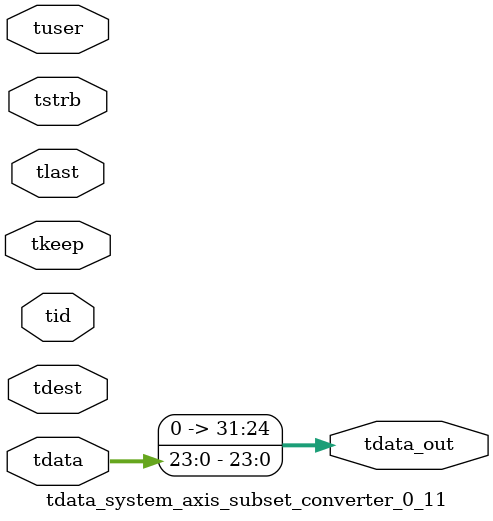
<source format=v>


`timescale 1ps/1ps

module tdata_system_axis_subset_converter_0_11 #
(
parameter C_S_AXIS_TDATA_WIDTH = 32,
parameter C_S_AXIS_TUSER_WIDTH = 0,
parameter C_S_AXIS_TID_WIDTH   = 0,
parameter C_S_AXIS_TDEST_WIDTH = 0,
parameter C_M_AXIS_TDATA_WIDTH = 32
)
(
input  [(C_S_AXIS_TDATA_WIDTH == 0 ? 1 : C_S_AXIS_TDATA_WIDTH)-1:0     ] tdata,
input  [(C_S_AXIS_TUSER_WIDTH == 0 ? 1 : C_S_AXIS_TUSER_WIDTH)-1:0     ] tuser,
input  [(C_S_AXIS_TID_WIDTH   == 0 ? 1 : C_S_AXIS_TID_WIDTH)-1:0       ] tid,
input  [(C_S_AXIS_TDEST_WIDTH == 0 ? 1 : C_S_AXIS_TDEST_WIDTH)-1:0     ] tdest,
input  [(C_S_AXIS_TDATA_WIDTH/8)-1:0 ] tkeep,
input  [(C_S_AXIS_TDATA_WIDTH/8)-1:0 ] tstrb,
input                                                                    tlast,
output [C_M_AXIS_TDATA_WIDTH-1:0] tdata_out
);

assign tdata_out = {tdata[23:0]};

endmodule


</source>
